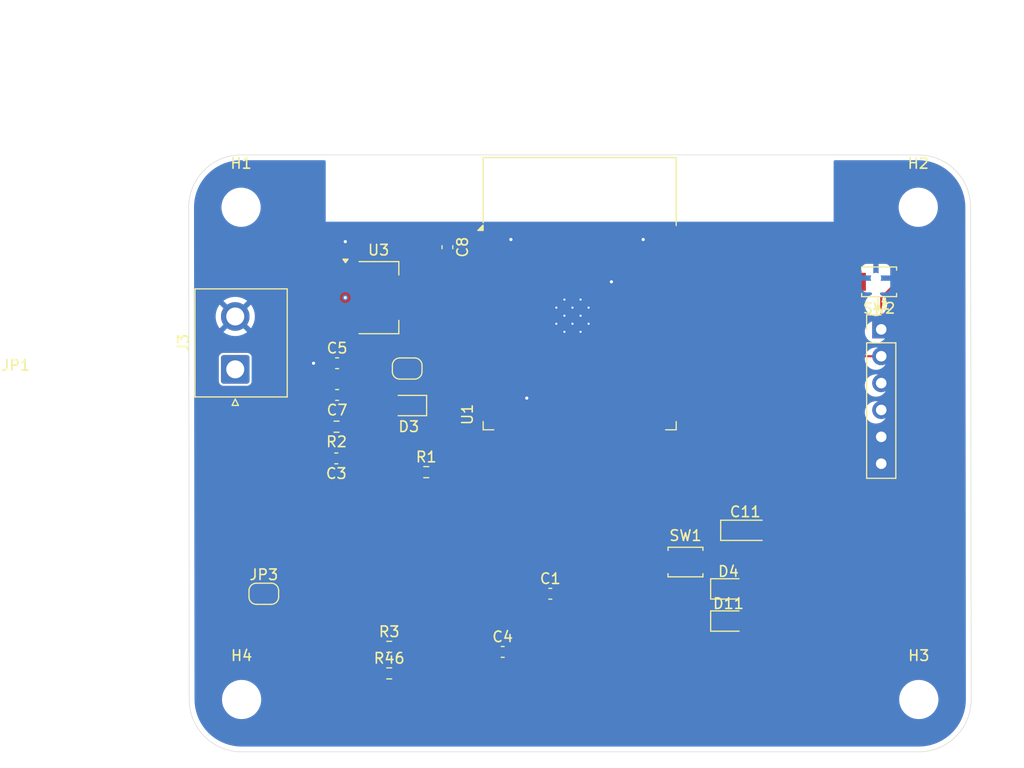
<source format=kicad_pcb>
(kicad_pcb (version 20241229) (generator "pcbnew") (generator_version "9.0")
  (layers (0 "F.Cu" signal) (2 "B.Cu" signal) (13 "F.Paste" user) (15 "B.Paste" user) (5 "F.SilkS" user "F.Silkscreen") (7 "B.SilkS" user "B.Silkscreen") (1 "F.Mask" user) (3 "B.Mask" user) (25 "Edge.Cuts" user))
  (net 0 "")
  (net 1 "GND")
  (net 2 "EN")
  (net 3 "+3.3V")
  (net 4 "Net-(U3-VI)")
  (net 5 "Net-(D3-K)")
  (net 6 "Net-(D3-A)")
  (net 7 "Net-(D4-A)")
  (net 8 "Net-(D4-K)")
  (net 9 "Net-(D11-K)")
  (net 10 "I02")
  (net 11 "I01")
  (net 12 "RX-UART")
  (net 13 "TX-UART")
  (net 14 "+5V")
  (net 31 "I04")
  (net 41 "I05")
  (footprint "Connector_PinHeader_2.54mm:PinHeader_1x06_P2.54mm_Vertical" (layer "F.Cu") (at 154 103.5)
    (property "Reference" "J1" (at 0 -2.38 0) (layer "F.SilkS"))
    (property "Value" "Conn_01x06_Pin")
    (fp_line (start -1.38 -1.38) (end 0 -1.38) (stroke (width 0.12)) (layer "F.SilkS"))
    (fp_line (start -1.38 0) (end -1.38 -1.38) (stroke (width 0.12)) (layer "F.SilkS"))
    (fp_line (start -1.38 1.27) (end -1.38 14.08) (stroke (width 0.12)) (layer "F.SilkS"))
    (fp_line (start -1.38 1.27) (end 1.38 1.27) (stroke (width 0.12)) (layer "F.SilkS"))
    (fp_line (start -1.38 14.08) (end 1.38 14.08) (stroke (width 0.12)) (layer "F.SilkS"))
    (fp_line (start 1.38 1.27) (end 1.38 14.08) (stroke (width 0.12)) (layer "F.SilkS"))
    (pad "1" thru_hole rect (at 0 0) (size 1.7 1.7) (drill 1) (layers "*.Cu" "*.Mask") (net 1 "GND"))
    (pad "2" thru_hole circle (at 0 2.54) (size 1.7 1.7) (drill 1) (layers "*.Cu" "*.Mask") (net 11 "I01"))
    (pad "3" thru_hole circle (at 0 5.08) (size 1.7 1.7) (drill 1) (layers "*.Cu" "*.Mask") (net 2 "EN"))
    (pad "4" thru_hole circle (at 0 7.62) (size 1.7 1.7) (drill 1) (layers "*.Cu" "*.Mask") (net 13 "TX-UART"))
    (pad "5" thru_hole circle (at 0 10.16) (size 1.7 1.7) (drill 1) (layers "*.Cu" "*.Mask") (net 12 "RX-UART"))
    (pad "6" thru_hole circle (at 0 12.7) (size 1.7 1.7) (drill 1) (layers "*.Cu" "*.Mask") (net 3 "+3.3V"))
  )
  (footprint "Connector_JST:JST_NV_B02P-NV_1x02_P5.00mm_Vertical" (layer "F.Cu") (at 92.95 107.2775 90)
    (property "Reference" "J3" (at 2.5 -4.9 90) (layer "F.SilkS"))
    (property "Value" "Conn_01x02_Socket")
    (fp_line (start 7.61 -3.81) (end -2.61 -3.81) (stroke (width 0.12)) (layer "F.SilkS"))
    (fp_line (start -2.61 -3.81) (end -2.61 4.91) (stroke (width 0.12)) (layer "F.SilkS"))
    (fp_line (start -3.41 -0.3) (end -2.81 0) (stroke (width 0.12)) (layer "F.SilkS"))
    (fp_line (start -2.81 0) (end -3.41 0.3) (stroke (width 0.12)) (layer "F.SilkS"))
    (fp_line (start -3.41 0.3) (end -3.41 -0.3) (stroke (width 0.12)) (layer "F.SilkS"))
    (fp_line (start 7.61 4.91) (end 7.61 -3.81) (stroke (width 0.12)) (layer "F.SilkS"))
    (fp_line (start -2.61 4.91) (end 7.61 4.91) (stroke (width 0.12)) (layer "F.SilkS"))
    (pad "1" thru_hole roundrect (at 0 0 90) (size 2.7 2.7) (drill 1.7) (layers "*.Cu" "*.Mask") (roundrect_rratio 0.092593) (net 14 "+5V"))
    (pad "2" thru_hole circle (at 5 0 90) (size 2.7 2.7) (drill 1.7) (layers "*.Cu" "*.Mask") (net 1 "GND"))
  )
  (footprint "Resistor_SMD:R_0603_1608Metric" (layer "F.Cu") (at 107.5 133.52)
    (property "Reference" "R3" (at 0 -1.43 0) (layer "F.SilkS"))
    (property "Value" "330")
    (fp_line (start -0.237258 -0.5225) (end 0.237258 -0.5225) (stroke (width 0.12)) (layer "F.SilkS"))
    (fp_line (start -0.237258 0.5225) (end 0.237258 0.5225) (stroke (width 0.12)) (layer "F.SilkS"))
    (pad "1" smd roundrect (at -0.825 0) (size 0.8 0.95) (layers "F.Cu" "F.Mask" "F.Paste") (net 8 "Net-(D4-K)"))
    (pad "2" smd roundrect (at 0.825 0) (size 0.8 0.95) (layers "F.Cu" "F.Mask" "F.Paste") (net 1 "GND"))
  )
  (footprint "Capacitor_Tantalum_SMD:CP_EIA-3216-18_Kemet-A" (layer "F.Cu") (at 141.1475 122.5)
    (property "Reference" "C11" (at 0 -1.75 0) (layer "F.SilkS"))
    (property "Value" "10uF")
    (fp_line (start -2.32 -0.955) (end -2.32 0.955) (stroke (width 0.12)) (layer "F.SilkS"))
    (fp_line (start -2.32 0.955) (end 1.6 0.955) (stroke (width 0.12)) (layer "F.SilkS"))
    (fp_line (start 1.6 -0.955) (end -2.32 -0.955) (stroke (width 0.12)) (layer "F.SilkS"))
    (pad "1" smd roundrect (at -1.3525 0) (size 1.415 1.39) (layers "F.Cu" "F.Mask" "F.Paste") (roundrect_rratio 0.179856) (net 2 "EN"))
    (pad "2" smd roundrect (at 1.3525 0) (size 1.415 1.39) (layers "F.Cu" "F.Mask" "F.Paste") (roundrect_rratio 0.179856) (net 1 "GND"))
  )
  (footprint "MountingHole:MountingHole_3.2mm_M3" (layer "F.Cu") (at 93.499999 91.949746)
    (property "Reference" "H1" (at 0 -4.15 0) (layer "F.SilkS"))
    (property "Value" "MountingHole")
    (pad "" np_thru_hole circle (at 0 0) (size 3.2 3.2) (drill 3.2) (layers "*.Cu" "*.Mask"))
  )
  (footprint "LED_SMD:LED_0805_2012Metric" (layer "F.Cu") (at 139.5625 128.04)
    (property "Reference" "D4" (at 0 -1.65 0) (layer "F.SilkS"))
    (property "Value" "LED")
    (fp_line (start -1.685 -0.96) (end -1.685 0.96) (stroke (width 0.12)) (layer "F.SilkS"))
    (fp_line (start -1.685 0.96) (end 1 0.96) (stroke (width 0.12)) (layer "F.SilkS"))
    (fp_line (start 1 -0.96) (end -1.685 -0.96) (stroke (width 0.12)) (layer "F.SilkS"))
    (pad "1" smd roundrect (at -0.9375 0) (size 0.975 1.4) (layers "F.Cu" "F.Mask" "F.Paste") (net 8 "Net-(D4-K)"))
    (pad "2" smd roundrect (at 0.9375 0) (size 0.975 1.4) (layers "F.Cu" "F.Mask" "F.Paste") (net 7 "Net-(D4-A)"))
  )
  (footprint "Resistor_SMD:R_0603_1608Metric" (layer "F.Cu") (at 102.525 112.7 180)
    (property "Reference" "R2" (at 0 -1.43 0) (layer "F.SilkS"))
    (property "Value" "330")
    (fp_line (start -0.237258 0.5225) (end 0.237258 0.5225) (stroke (width 0.12)) (layer "F.SilkS"))
    (fp_line (start -0.237258 -0.5225) (end 0.237258 -0.5225) (stroke (width 0.12)) (layer "F.SilkS"))
    (pad "1" smd roundrect (at -0.825 0 180) (size 0.8 0.95) (layers "F.Cu" "F.Mask" "F.Paste") (net 5 "Net-(D3-K)"))
    (pad "2" smd roundrect (at 0.825 0 180) (size 0.8 0.95) (layers "F.Cu" "F.Mask" "F.Paste") (net 1 "GND"))
  )
  (footprint "Capacitor_SMD:C_0603_1608Metric" (layer "F.Cu") (at 102.575 109.7 180)
    (property "Reference" "C7" (at 0 -1.43 0) (layer "F.SilkS"))
    (property "Value" "10uF")
    (fp_line (start -0.14058 0.51) (end 0.14058 0.51) (stroke (width 0.12)) (layer "F.SilkS"))
    (fp_line (start -0.14058 -0.51) (end 0.14058 -0.51) (stroke (width 0.12)) (layer "F.SilkS"))
    (pad "1" smd roundrect (at -0.775 0 180) (size 0.9 0.95) (layers "F.Cu" "F.Mask" "F.Paste") (net 4 "Net-(U3-VI)"))
    (pad "2" smd roundrect (at 0.775 0 180) (size 0.9 0.95) (layers "F.Cu" "F.Mask" "F.Paste") (net 1 "GND"))
  )
  (footprint "Resistor_SMD:R_0603_1608Metric" (layer "F.Cu") (at 111 117)
    (property "Reference" "R1" (at 0 -1.43 0) (layer "F.SilkS"))
    (property "Value" "10K")
    (fp_line (start -0.237258 -0.5225) (end 0.237258 -0.5225) (stroke (width 0.12)) (layer "F.SilkS"))
    (fp_line (start -0.237258 0.5225) (end 0.237258 0.5225) (stroke (width 0.12)) (layer "F.SilkS"))
    (pad "1" smd roundrect (at -0.825 0) (size 0.8 0.95) (layers "F.Cu" "F.Mask" "F.Paste") (net 3 "+3.3V"))
    (pad "2" smd roundrect (at 0.825 0) (size 0.8 0.95) (layers "F.Cu" "F.Mask" "F.Paste") (net 2 "EN"))
  )
  (footprint "Capacitor_SMD:C_0603_1608Metric" (layer "F.Cu") (at 122.725 128.5)
    (property "Reference" "C1" (at 0 -1.43 0) (layer "F.SilkS"))
    (property "Value" "100nF")
    (fp_line (start -0.14058 -0.51) (end 0.14058 -0.51) (stroke (width 0.12)) (layer "F.SilkS"))
    (fp_line (start -0.14058 0.51) (end 0.14058 0.51) (stroke (width 0.12)) (layer "F.SilkS"))
    (pad "1" smd roundrect (at -0.775 0) (size 0.9 0.95) (layers "F.Cu" "F.Mask" "F.Paste") (net 2 "EN"))
    (pad "2" smd roundrect (at 0.775 0) (size 0.9 0.95) (layers "F.Cu" "F.Mask" "F.Paste") (net 1 "GND"))
  )
  (footprint "MountingHole:MountingHole_3.2mm_M3" (layer "F.Cu") (at 157.550254 138.500001)
    (property "Reference" "H3" (at 0 -4.15 0) (layer "F.SilkS"))
    (property "Value" "MountingHole")
    (pad "" np_thru_hole circle (at 0 0) (size 3.2 3.2) (drill 3.2) (layers "*.Cu" "*.Mask"))
  )
  (footprint "Jumper:SolderJumper-2_P1.3mm_Open_RoundedPad1.0x1.5mm" (layer "F.Cu") (at 95.65 128.5)
    (property "Reference" "JP3" (at 0 -1.8 0) (layer "F.SilkS"))
    (property "Value" "SolderJumper_2_Bridged")
    (fp_line (start -1.4 0.3) (end -1.4 -0.3) (stroke (width 0.12)) (layer "F.SilkS"))
    (fp_line (start -0.7 -1) (end 0.7 -1) (stroke (width 0.12)) (layer "F.SilkS"))
    (fp_line (start 0.7 1) (end -0.7 1) (stroke (width 0.12)) (layer "F.SilkS"))
    (fp_line (start 1.4 -0.3) (end 1.4 0.3) (stroke (width 0.12)) (layer "F.SilkS"))
    (fp_arc (start -1.4 -0.3) (mid -1.194975 -0.794975) (end -0.7 -1) (stroke (width 0.12)) (layer "F.SilkS"))
    (fp_arc (start -0.7 1) (mid -1.194975 0.794975) (end -1.4 0.3) (stroke (width 0.12)) (layer "F.SilkS"))
    (fp_arc (start 0.7 -1) (mid 1.194975 -0.794975) (end 1.4 -0.3) (stroke (width 0.12)) (layer "F.SilkS"))
    (fp_arc (start 1.4 0.3) (mid 1.194975 0.794975) (end 0.7 1) (stroke (width 0.12)) (layer "F.SilkS"))
    (pad "1" smd custom (at -0.65 0) (size 1 0.5) (layers "F.Cu" "F.Mask") (net 7 "Net-(D4-A)") (options (clearance outline) (anchor rect)) (primitives (gr_circle (center 0 0.25) (end 0.5 0.25) (width 0) (fill yes)) (gr_circle (center 0 -0.25) (end 0.5 -0.25) (width 0) (fill yes)) (gr_poly (pts (xy 0.5 0.75) (xy 0 0.75) (xy 0 -0.75) (xy 0.5 -0.75)) (width 0) (fill yes))))
    (pad "2" smd custom (at 0.65 0) (size 1 0.5) (layers "F.Cu" "F.Mask") (net 14 "+5V") (options (clearance outline) (anchor rect)) (primitives (gr_circle (center 0 0.25) (end 0.5 0.25) (width 0) (fill yes)) (gr_circle (center 0 -0.25) (end 0.5 -0.25) (width 0) (fill yes)) (gr_poly (pts (xy 0 0.75) (xy -0.5 0.75) (xy -0.5 -0.75) (xy 0 -0.75)) (width 0) (fill yes))))
  )
  (footprint "LED_SMD:LED_0805_2012Metric" (layer "F.Cu") (at 139.5625 131.08)
    (property "Reference" "D11" (at 0 -1.65 0) (layer "F.SilkS"))
    (property "Value" "LED")
    (fp_line (start -1.685 -0.96) (end -1.685 0.96) (stroke (width 0.12)) (layer "F.SilkS"))
    (fp_line (start -1.685 0.96) (end 1 0.96) (stroke (width 0.12)) (layer "F.SilkS"))
    (fp_line (start 1 -0.96) (end -1.685 -0.96) (stroke (width 0.12)) (layer "F.SilkS"))
    (pad "1" smd roundrect (at -0.9375 0) (size 0.975 1.4) (layers "F.Cu" "F.Mask" "F.Paste") (net 9 "Net-(D11-K)"))
    (pad "2" smd roundrect (at 0.9375 0) (size 0.975 1.4) (layers "F.Cu" "F.Mask" "F.Paste") (net 10 "I02"))
  )
  (footprint "Capacitor_SMD:C_0603_1608Metric" (layer "F.Cu") (at 102.5 115.7 180)
    (property "Reference" "C3" (at 0 -1.43 0) (layer "F.SilkS"))
    (property "Value" "100nF")
    (fp_line (start -0.14058 0.51) (end 0.14058 0.51) (stroke (width 0.12)) (layer "F.SilkS"))
    (fp_line (start -0.14058 -0.51) (end 0.14058 -0.51) (stroke (width 0.12)) (layer "F.SilkS"))
    (pad "1" smd roundrect (at -0.775 0 180) (size 0.9 0.95) (layers "F.Cu" "F.Mask" "F.Paste") (net 3 "+3.3V"))
    (pad "2" smd roundrect (at 0.775 0 180) (size 0.9 0.95) (layers "F.Cu" "F.Mask" "F.Paste") (net 1 "GND"))
  )
  (footprint "LED_SMD:LED_0805_2012Metric" (layer "F.Cu") (at 109.35 110.7 180)
    (property "Reference" "D3" (at 0 -2 0) (layer "F.SilkS"))
    (property "Value" "LED")
    (fp_line (start 1 -0.96) (end -1.685 -0.96) (stroke (width 0.12)) (layer "F.SilkS"))
    (fp_line (start -1.685 0.96) (end 1 0.96) (stroke (width 0.12)) (layer "F.SilkS"))
    (fp_line (start -1.685 -0.96) (end -1.685 0.96) (stroke (width 0.12)) (layer "F.SilkS"))
    (pad "1" smd roundrect (at -0.9375 0 180) (size 0.975 1.4) (layers "F.Cu" "F.Mask" "F.Paste") (net 5 "Net-(D3-K)"))
    (pad "2" smd roundrect (at 0.9375 0 180) (size 0.975 1.4) (layers "F.Cu" "F.Mask" "F.Paste") (net 6 "Net-(D3-A)"))
  )
  (footprint "Capacitor_SMD:C_0603_1608Metric" (layer "F.Cu") (at 118.225 134)
    (property "Reference" "C4" (at 0 -1.43 0) (layer "F.SilkS"))
    (property "Value" "10uF")
    (fp_line (start -0.14058 -0.51) (end 0.14058 -0.51) (stroke (width 0.12)) (layer "F.SilkS"))
    (fp_line (start -0.14058 0.51) (end 0.14058 0.51) (stroke (width 0.12)) (layer "F.SilkS"))
    (pad "1" smd roundrect (at -0.775 0) (size 0.9 0.95) (layers "F.Cu" "F.Mask" "F.Paste") (net 3 "+3.3V"))
    (pad "2" smd roundrect (at 0.775 0) (size 0.9 0.95) (layers "F.Cu" "F.Mask" "F.Paste") (net 1 "GND"))
  )
  (footprint "Capacitor_SMD:C_0603_1608Metric" (layer "F.Cu") (at 113 95.725 -90)
    (property "Reference" "C8" (at 0 -1.43 90) (layer "F.SilkS"))
    (property "Value" "10uF")
    (fp_line (start -0.14058 0.51) (end 0.14058 0.51) (stroke (width 0.12)) (layer "F.SilkS"))
    (fp_line (start -0.14058 -0.51) (end 0.14058 -0.51) (stroke (width 0.12)) (layer "F.SilkS"))
    (pad "1" smd roundrect (at -0.775 0 270) (size 0.9 0.95) (layers "F.Cu" "F.Mask" "F.Paste") (net 1 "GND"))
    (pad "2" smd roundrect (at 0.775 0 270) (size 0.9 0.95) (layers "F.Cu" "F.Mask" "F.Paste") (net 3 "+3.3V"))
  )
  (footprint "Button_Switch_SMD:SW_SPST_B3U-1000P" (layer "F.Cu") (at 135.5 125.5)
    (property "Reference" "SW1" (at 0 -2.5 0) (layer "F.SilkS"))
    (property "Value" "B3U-1000P")
    (fp_line (start -1.65 -1.4) (end 1.65 -1.4) (stroke (width 0.12)) (layer "F.SilkS"))
    (fp_line (start -1.65 -1.1) (end -1.65 -1.4) (stroke (width 0.12)) (layer "F.SilkS"))
    (fp_line (start -1.65 1.1) (end -1.65 1.4) (stroke (width 0.12)) (layer "F.SilkS"))
    (fp_line (start -1.65 1.4) (end 1.65 1.4) (stroke (width 0.12)) (layer "F.SilkS"))
    (fp_line (start 1.65 -1.4) (end 1.65 -1.1) (stroke (width 0.12)) (layer "F.SilkS"))
    (fp_line (start 1.65 1.4) (end 1.65 1.1) (stroke (width 0.12)) (layer "F.SilkS"))
    (pad "1" smd rect (at -1.7 0) (size 0.9 1.7) (layers "F.Cu" "F.Mask" "F.Paste") (net 1 "GND"))
    (pad "2" smd rect (at 1.7 0) (size 0.9 1.7) (layers "F.Cu" "F.Mask" "F.Paste") (net 2 "EN"))
  )
  (footprint "MountingHole:MountingHole_3.2mm_M3" (layer "F.Cu") (at 93.550251 138.500001)
    (property "Reference" "H4" (at 0 -4.15 0) (layer "F.SilkS"))
    (property "Value" "MountingHole")
    (pad "" np_thru_hole circle (at 0 0) (size 3.2 3.2) (drill 3.2) (layers "*.Cu" "*.Mask"))
  )
  (footprint "MountingHole:MountingHole_3.2mm_M3" (layer "F.Cu") (at 157.5 91.949747)
    (property "Reference" "H2" (at 0 -4.15 0) (layer "F.SilkS"))
    (property "Value" "MountingHole" (hide yes))
    (pad "" np_thru_hole circle (at 0 0) (size 3.2 3.2) (drill 3.2) (layers "*.Cu" "*.Mask"))
  )
  (footprint "Package_TO_SOT_SMD:SOT-223-3_TabPin2" (layer "F.Cu") (at 106.5 100.5)
    (property "Reference" "U3" (at 0 -4.5 0) (layer "F.SilkS"))
    (property "Value" "AMS1117-3.3")
    (fp_line (start -1.85 -3.41) (end 1.91 -3.41) (stroke (width 0.12)) (layer "F.SilkS"))
    (fp_line (start -1.85 3.41) (end 1.91 3.41) (stroke (width 0.12)) (layer "F.SilkS"))
    (fp_line (start 1.91 -3.41) (end 1.91 -2.15) (stroke (width 0.12)) (layer "F.SilkS"))
    (fp_line (start 1.91 3.41) (end 1.91 2.15) (stroke (width 0.12)) (layer "F.SilkS"))
    (fp_poly (pts (xy -3.13 -3.31) (xy -3.37 -3.64) (xy -2.89 -3.64) (xy -3.13 -3.31)) (stroke (width 0.12)) (fill yes) (layer "F.SilkS"))
    (pad "1" smd roundrect (at -3.15 -2.3) (size 2 1.5) (layers "F.Cu" "F.Mask" "F.Paste") (net 1 "GND"))
    (pad "2" smd roundrect (at -3.15 0) (size 2 1.5) (layers "F.Cu" "F.Mask" "F.Paste") (net 3 "+3.3V"))
    (pad "2" smd roundrect (at 3.15 0) (size 2 3.8) (layers "F.Cu" "F.Mask" "F.Paste") (net 3 "+3.3V"))
    (pad "3" smd roundrect (at -3.15 2.3) (size 2 1.5) (layers "F.Cu" "F.Mask" "F.Paste") (net 4 "Net-(U3-VI)"))
  )
  (footprint "Capacitor_SMD:C_0603_1608Metric" (layer "F.Cu") (at 102.575 106.7)
    (property "Reference" "C5" (at 0 -1.43 0) (layer "F.SilkS"))
    (property "Value" "100nF")
    (fp_line (start -0.14058 -0.51) (end 0.14058 -0.51) (stroke (width 0.12)) (layer "F.SilkS"))
    (fp_line (start -0.14058 0.51) (end 0.14058 0.51) (stroke (width 0.12)) (layer "F.SilkS"))
    (pad "1" smd roundrect (at -0.775 0) (size 0.9 0.95) (layers "F.Cu" "F.Mask" "F.Paste") (net 1 "GND"))
    (pad "2" smd roundrect (at 0.775 0) (size 0.9 0.95) (layers "F.Cu" "F.Mask" "F.Paste") (net 4 "Net-(U3-VI)"))
  )
  (footprint "Button_Switch_SMD:SW_SPST_B3U-1000P" (layer "F.Cu") (at 153.8 99 180)
    (property "Reference" "SW2" (at 0 -2.5 0) (layer "F.SilkS"))
    (property "Value" "B3U-1000P")
    (fp_line (start 1.65 1.4) (end 1.65 1.1) (stroke (width 0.12)) (layer "F.SilkS"))
    (fp_line (start 1.65 -1.4) (end 1.65 -1.1) (stroke (width 0.12)) (layer "F.SilkS"))
    (fp_line (start -1.65 1.4) (end 1.65 1.4) (stroke (width 0.12)) (layer "F.SilkS"))
    (fp_line (start -1.65 1.1) (end -1.65 1.4) (stroke (width 0.12)) (layer "F.SilkS"))
    (fp_line (start -1.65 -1.1) (end -1.65 -1.4) (stroke (width 0.12)) (layer "F.SilkS"))
    (fp_line (start -1.65 -1.4) (end 1.65 -1.4) (stroke (width 0.12)) (layer "F.SilkS"))
    (pad "1" smd rect (at -1.7 0 180) (size 0.9 1.7) (layers "F.Cu" "F.Mask" "F.Paste") (net 1 "GND"))
    (pad "2" smd rect (at 1.7 0 180) (size 0.9 1.7) (layers "F.Cu" "F.Mask" "F.Paste") (net 11 "I01"))
  )
  (footprint "Resistor_SMD:R_0603_1608Metric" (layer "F.Cu") (at 107.5 136.03)
    (property "Reference" "R46" (at 0 -1.43 0) (layer "F.SilkS"))
    (property "Value" "330")
    (fp_line (start -0.237258 -0.5225) (end 0.237258 -0.5225) (stroke (width 0.12)) (layer "F.SilkS"))
    (fp_line (start -0.237258 0.5225) (end 0.237258 0.5225) (stroke (width 0.12)) (layer "F.SilkS"))
    (pad "1" smd roundrect (at -0.825 0) (size 0.8 0.95) (layers "F.Cu" "F.Mask" "F.Paste") (net 9 "Net-(D11-K)"))
    (pad "2" smd roundrect (at 0.825 0) (size 0.8 0.95) (layers "F.Cu" "F.Mask" "F.Paste") (net 1 "GND"))
  )
  (footprint "RF_Module:ESP32-WROOM-32" (layer "F.Cu") (at 125.5 103.115)
    (property "Reference" "U1" (at -10.61 8.43 90) (layer "F.SilkS"))
    (property "Value" "ESP32-WROOM-32")
    (fp_line (start -9.12 -15.86) (end -9.12 -9.7) (stroke (width 0.12)) (layer "F.SilkS"))
    (fp_line (start -9.12 -15.86) (end 9.12 -15.86) (stroke (width 0.12)) (layer "F.SilkS"))
    (fp_line (start -9.12 9.1) (end -9.12 9.88) (stroke (width 0.12)) (layer "F.SilkS"))
    (fp_line (start -9.12 9.88) (end -8.12 9.88) (stroke (width 0.12)) (layer "F.SilkS"))
    (fp_line (start 9.12 -15.86) (end 9.12 -9.445) (stroke (width 0.12)) (layer "F.SilkS"))
    (fp_line (start 9.12 9.1) (end 9.12 9.88) (stroke (width 0.12)) (layer "F.SilkS"))
    (fp_line (start 9.12 9.88) (end 8.12 9.88) (stroke (width 0.12)) (layer "F.SilkS"))
    (fp_poly (pts (xy -9.125 -8.975) (xy -9.625 -8.975) (xy -9.125 -9.475) (xy -9.125 -8.975)) (stroke (width 0.12)) (fill yes) (layer "F.SilkS"))
    (pad "1" smd rect (at -8.75 -8.25) (size 1.5 0.9) (layers "F.Cu" "F.Mask" "F.Paste") (net 1 "GND"))
    (pad "2" smd rect (at -8.75 -6.98) (size 1.5 0.9) (layers "F.Cu" "F.Mask" "F.Paste") (net 3 "+3.3V"))
    (pad "3" smd rect (at -8.75 -5.71) (size 1.5 0.9) (layers "F.Cu" "F.Mask" "F.Paste") (net 2 "EN"))
    (pad "4" smd rect (at -8.75 -4.44) (size 1.5 0.9) (layers "F.Cu" "F.Mask" "F.Paste"))
    (pad "5" smd rect (at -8.75 -3.17) (size 1.5 0.9) (layers "F.Cu" "F.Mask" "F.Paste"))
    (pad "6" smd rect (at -8.75 -1.9) (size 1.5 0.9) (layers "F.Cu" "F.Mask" "F.Paste"))
    (pad "7" smd rect (at -8.75 -0.63) (size 1.5 0.9) (layers "F.Cu" "F.Mask" "F.Paste"))
    (pad "8" smd rect (at -8.75 0.64) (size 1.5 0.9) (layers "F.Cu" "F.Mask" "F.Paste"))
    (pad "9" smd rect (at -8.75 1.91) (size 1.5 0.9) (layers "F.Cu" "F.Mask" "F.Paste"))
    (pad "10" smd rect (at -8.75 3.18) (size 1.5 0.9) (layers "F.Cu" "F.Mask" "F.Paste"))
    (pad "11" smd rect (at -8.75 4.45) (size 1.5 0.9) (layers "F.Cu" "F.Mask" "F.Paste"))
    (pad "12" smd rect (at -8.75 5.72) (size 1.5 0.9) (layers "F.Cu" "F.Mask" "F.Paste"))
    (pad "13" smd rect (at -8.75 6.99) (size 1.5 0.9) (layers "F.Cu" "F.Mask" "F.Paste"))
    (pad "14" smd rect (at -8.75 8.26) (size 1.5 0.9) (layers "F.Cu" "F.Mask" "F.Paste"))
    (pad "15" smd rect (at -5.71 9.51 90) (size 1.5 0.9) (layers "F.Cu" "F.Mask" "F.Paste") (net 1 "GND"))
    (pad "16" smd rect (at -4.44 9.51 90) (size 1.5 0.9) (layers "F.Cu" "F.Mask" "F.Paste"))
    (pad "17" smd rect (at -3.17 9.51 90) (size 1.5 0.9) (layers "F.Cu" "F.Mask" "F.Paste"))
    (pad "18" smd rect (at -1.9 9.51 90) (size 1.5 0.9) (layers "F.Cu" "F.Mask" "F.Paste"))
    (pad "19" smd rect (at -0.63 9.51 90) (size 1.5 0.9) (layers "F.Cu" "F.Mask" "F.Paste"))
    (pad "20" smd rect (at 0.64 9.51 90) (size 1.5 0.9) (layers "F.Cu" "F.Mask" "F.Paste"))
    (pad "21" smd rect (at 1.91 9.51 90) (size 1.5 0.9) (layers "F.Cu" "F.Mask" "F.Paste"))
    (pad "22" smd rect (at 3.18 9.51 90) (size 1.5 0.9) (layers "F.Cu" "F.Mask" "F.Paste"))
    (pad "23" smd rect (at 4.45 9.51 90) (size 1.5 0.9) (layers "F.Cu" "F.Mask" "F.Paste"))
    (pad "24" smd rect (at 5.72 9.51 90) (size 1.5 0.9) (layers "F.Cu" "F.Mask" "F.Paste") (net 10 "I02"))
    (pad "25" smd rect (at 8.75 8.26) (size 1.5 0.9) (layers "F.Cu" "F.Mask" "F.Paste") (net 11 "I01"))
    (pad "26" smd rect (at 8.75 6.99) (size 1.5 0.9) (layers "F.Cu" "F.Mask" "F.Paste") (net 31 "I04"))
    (pad "27" smd rect (at 8.75 5.72) (size 1.5 0.9) (layers "F.Cu" "F.Mask" "F.Paste"))
    (pad "28" smd rect (at 8.75 4.45) (size 1.5 0.9) (layers "F.Cu" "F.Mask" "F.Paste"))
    (pad "29" smd rect (at 8.75 3.18) (size 1.5 0.9) (layers "F.Cu" "F.Mask" "F.Paste") (net 41 "I05"))
    (pad "30" smd rect (at 8.75 1.91) (size 1.5 0.9) (layers "F.Cu" "F.Mask" "F.Paste"))
    (pad "31" smd rect (at 8.75 0.64) (size 1.5 0.9) (layers "F.Cu" "F.Mask" "F.Paste"))
    (pad "32" smd rect (at 8.75 -0.63) (size 1.5 0.9) (layers "F.Cu" "F.Mask" "F.Paste"))
    (pad "33" smd rect (at 8.75 -1.9) (size 1.5 0.9) (layers "F.Cu" "F.Mask" "F.Paste"))
    (pad "34" smd rect (at 8.75 -3.17) (size 1.5 0.9) (layers "F.Cu" "F.Mask" "F.Paste") (net 13 "TX-UART"))
    (pad "35" smd rect (at 8.75 -4.44) (size 1.5 0.9) (layers "F.Cu" "F.Mask" "F.Paste") (net 12 "RX-UART"))
    (pad "36" smd rect (at 8.75 -5.71) (size 1.5 0.9) (layers "F.Cu" "F.Mask" "F.Paste"))
    (pad "37" smd rect (at 8.75 -6.98) (size 1.5 0.9) (layers "F.Cu" "F.Mask" "F.Paste"))
    (pad "38" smd rect (at 8.75 -8.25) (size 1.5 0.9) (layers "F.Cu" "F.Mask" "F.Paste") (net 1 "GND"))
    (pad "39" smd rect (at -2.205 -2.435) (size 1.05 1.05) (layers "F.Cu" "F.Paste") (net 1 "GND"))
    (pad "39" thru_hole circle (at -2.205 -1.6725) (size 0.6 0.6) (drill 0.2) (property pad_prop_heatsink) (layers "*.Cu" "F.Mask") (net 1 "GND"))
    (pad "39" smd rect (at -2.205 -0.91) (size 1.05 1.05) (layers "F.Cu" "F.Paste") (net 1 "GND"))
    (pad "39" thru_hole circle (at -2.205 -0.1475) (size 0.6 0.6) (drill 0.2) (property pad_prop_heatsink) (layers "*.Cu" "F.Mask") (net 1 "GND"))
    (pad "39" smd rect (at -2.205 0.615) (size 1.05 1.05) (layers "F.Cu" "F.Paste") (net 1 "GND"))
    (pad "39" thru_hole circle (at -1.4425 -2.435) (size 0.6 0.6) (drill 0.2) (property pad_prop_heatsink) (layers "*.Cu" "F.Mask") (net 1 "GND"))
    (pad "39" thru_hole circle (at -1.4425 -0.91) (size 0.6 0.6) (drill 0.2) (property pad_prop_heatsink) (layers "*.Cu" "F.Mask") (net 1 "GND"))
    (pad "39" thru_hole circle (at -1.4425 0.615) (size 0.6 0.6) (drill 0.2) (property pad_prop_heatsink) (layers "*.Cu" "F.Mask") (net 1 "GND"))
    (pad "39" smd rect (at -0.68 -2.435) (size 1.05 1.05) (layers "F.Cu" "F.Paste") (net 1 "GND"))
    (pad "39" thru_hole circle (at -0.68 -1.6725) (size 0.6 0.6) (drill 0.2) (property pad_prop_heatsink) (layers "*.Cu" "F.Mask") (net 1 "GND"))
    (pad "39" smd rect (at -0.68 -0.91) (size 1.05 1.05) (layers "F.Cu" "F.Paste") (net 1 "GND"))
    (pad "39" smd rect (at -0.68 -0.91) (size 4.2 4.2) (property pad_prop_heatsink) (layers "F.Cu" "F.Mask") (net 1 "GND"))
    (pad "39" thru_hole circle (at -0.68 -0.1475) (size 0.6 0.6) (drill 0.2) (property pad_prop_heatsink) (layers "*.Cu" "F.Mask") (net 1 "GND"))
    (pad "39" smd rect (at -0.68 0.615) (size 1.05 1.05) (layers "F.Cu" "F.Paste") (net 1 "GND"))
    (pad "39" thru_hole circle (at 0.0825 -2.435) (size 0.6 0.6) (drill 0.2) (property pad_prop_heatsink) (layers "*.Cu" "F.Mask") (net 1 "GND"))
    (pad "39" thru_hole circle (at 0.0825 -0.91) (size 0.6 0.6) (drill 0.2) (property pad_prop_heatsink) (layers "*.Cu" "F.Mask") (net 1 "GND"))
    (pad "39" thru_hole circle (at 0.0825 0.615) (size 0.6 0.6) (drill 0.2) (property pad_prop_heatsink) (layers "*.Cu" "F.Mask") (net 1 "GND"))
    (pad "39" smd rect (at 0.845 -2.435) (size 1.05 1.05) (layers "F.Cu" "F.Paste") (net 1 "GND"))
    (pad "39" thru_hole circle (at 0.845 -1.6725) (size 0.6 0.6) (drill 0.2) (property pad_prop_heatsink) (layers "*.Cu" "F.Mask") (net 1 "GND"))
    (pad "39" smd rect (at 0.845 -0.91) (size 1.05 1.05) (layers "F.Cu" "F.Paste") (net 1 "GND"))
    (pad "39" thru_hole circle (at 0.845 -0.1475) (size 0.6 0.6) (drill 0.2) (property pad_prop_heatsink) (layers "*.Cu" "F.Mask") (net 1 "GND"))
    (pad "39" smd rect (at 0.845 0.615) (size 1.05 1.05) (layers "F.Cu" "F.Paste") (net 1 "GND"))
    (zone (net 0) (net_name "") (layers "F.Cu" "B.Cu") (connect_pads (clearance 0)) (min_thickness 0.254)
      (keepout (tracks not_allowed) (vias not_allowed) (pads not_allowed) (copperpour not_allowed) (footprints not_allowed))
      (fill (thermal_gap 0.508) (thermal_bridge_width 0.508))
      (polygon (pts (xy 101.5 93.315) (xy 149.5 93.315) (xy 149.5 72.375) (xy 101.5 72.375)))
    )
  )
  (footprint "Jumper:SolderJumper-2_P1.3mm_Open_RoundedPad1.0x1.5mm" (layer "F.Cu") (at 109.2 107.2)
    (property "Reference" "JP1" (at -37 -0.3 0) (layer "F.SilkS"))
    (property "Value" "SolderJumper_2_Bridged")
    (fp_line (start -1.4 0.3) (end -1.4 -0.3) (stroke (width 0.12)) (layer "F.SilkS"))
    (fp_line (start -0.7 -1) (end 0.7 -1) (stroke (width 0.12)) (layer "F.SilkS"))
    (fp_line (start 0.7 1) (end -0.7 1) (stroke (width 0.12)) (layer "F.SilkS"))
    (fp_line (start 1.4 -0.3) (end 1.4 0.3) (stroke (width 0.12)) (layer "F.SilkS"))
    (fp_arc (start -1.4 -0.3) (mid -1.194975 -0.794975) (end -0.7 -1) (stroke (width 0.12)) (layer "F.SilkS"))
    (fp_arc (start -0.7 1) (mid -1.194975 0.794975) (end -1.4 0.3) (stroke (width 0.12)) (layer "F.SilkS"))
    (fp_arc (start 0.7 -1) (mid 1.194975 -0.794975) (end 1.4 -0.3) (stroke (width 0.12)) (layer "F.SilkS"))
    (fp_arc (start 1.4 0.3) (mid 1.194975 0.794975) (end 0.7 1) (stroke (width 0.12)) (layer "F.SilkS"))
    (pad "1" smd custom (at -0.65 0) (size 1 0.5) (layers "F.Cu" "F.Mask") (net 6 "Net-(D3-A)") (options (clearance outline) (anchor rect)) (primitives (gr_circle (center 0 0.25) (end 0.5 0.25) (width 0) (fill yes)) (gr_circle (center 0 -0.25) (end 0.5 -0.25) (width 0) (fill yes)) (gr_poly (pts (xy 0.5 0.75) (xy 0 0.75) (xy 0 -0.75) (xy 0.5 -0.75)) (width 0) (fill yes))))
    (pad "2" smd custom (at 0.65 0) (size 1 0.5) (layers "F.Cu" "F.Mask") (net 3 "+3.3V") (options (clearance outline) (anchor rect)) (primitives (gr_circle (center 0 0.25) (end 0.5 0.25) (width 0) (fill yes)) (gr_circle (center 0 -0.25) (end 0.5 -0.25) (width 0) (fill yes)) (gr_poly (pts (xy 0 0.75) (xy -0.5 0.75) (xy -0.5 -0.75) (xy 0 -0.75)) (width 0) (fill yes))))
  )
  (gr_line (start 101.85 109.7) (end 101.85 106.7) (stroke (width 0.2)) (layer "F.Cu") (net 1))
  (gr_line (start 103.35 98.2) (end 103.35 95.2) (stroke (width 0.2)) (layer "F.Cu") (net 1))
  (gr_line (start 103.35 109.7) (end 103.35 106.7) (stroke (width 0.2)) (layer "F.Cu") (net 4))
  (gr_line (start 103.35 106.7) (end 103.35 102.7) (stroke (width 0.2)) (layer "F.Cu") (net 4))
  (gr_line (start 117 95) (end 119 95) (stroke (width 0.2)) (layer "F.Cu") (net 1))
  (gr_line (start 101.85 106.7) (end 100.35 106.7) (stroke (width 0.2)) (layer "F.Cu") (net 1))
  (gr_arc (start 88.550253 91.949747) (mid 90 88.449747) (end 93.5 87) (stroke (width 0.05)) (layer "Edge.Cuts"))
  (gr_line (start 93.5 87) (end 157.5 87) (stroke (width 0.05)) (layer "Edge.Cuts"))
  (gr_line (start 93.550252 143.449746) (end 157.550252 143.449746) (stroke (width 0.05)) (layer "Edge.Cuts"))
  (gr_line (start 88.550254 91.949747) (end 88.600505 138.5) (stroke (width 0.05)) (layer "Edge.Cuts"))
  (gr_line (start 162.449749 91.949747) (end 162.5 138.5) (stroke (width 0.05)) (layer "Edge.Cuts"))
  (gr_arc (start 162.5 138.5) (mid 161.050253 142) (end 157.550253 143.449747) (stroke (width 0.05)) (layer "Edge.Cuts"))
  (gr_arc (start 157.5 87) (mid 161 88.449747) (end 162.449747 91.949747) (stroke (width 0.05)) (layer "Edge.Cuts"))
  (gr_arc (start 93.550252 143.449747) (mid 90.050252 142) (end 88.600505 138.5) (stroke (width 0.05)) (layer "Edge.Cuts"))
  (segment (start 154 100.5) (end 155.5 99) (width 0.2) (layer "F.Cu") (net 1))
  (segment (start 101.7 113.3) (end 101.725 113.325) (width 0.2) (layer "F.Cu") (net 1))
  (segment (start 101.725 113.325) (end 101.725 115.7) (width 0.2) (layer "F.Cu") (net 1))
  (segment (start 113.085 94.865) (end 113 94.95) (width 0.2) (layer "F.Cu") (net 1))
  (segment (start 119.79 112.625) (end 119.79 110.71) (width 0.2) (layer "F.Cu") (net 1))
  (segment (start 126.345 100.68) (end 128.025 99) (width 0.2) (layer "F.Cu") (net 1))
  (segment (start 119.79 110.71) (end 120.5 110) (width 0.2) (layer "F.Cu") (net 1))
  (segment (start 128.025 99) (end 128.5 99) (width 0.2) (layer "F.Cu") (net 1))
  (segment (start 101.7 109.8) (end 101.8 109.7) (width 0.2) (layer "F.Cu") (net 1))
  (segment (start 116.75 94.865) (end 113.085 94.865) (width 0.2) (layer "F.Cu") (net 1))
  (segment (start 101.7 112.7) (end 101.7 109.8) (width 0.2) (layer "F.Cu") (net 1))
  (segment (start 154 103.5) (end 154 100.5) (width 0.2) (layer "F.Cu") (net 1))
  (segment (start 131.635 94.865) (end 131.5 95) (width 0.2) (layer "F.Cu") (net 1))
  (segment (start 101.7 112.7) (end 101.7 113.3) (width 0.2) (layer "F.Cu") (net 1))
  (segment (start 134.25 94.865) (end 131.635 94.865) (width 0.2) (layer "F.Cu") (net 1))
  (via (at 119 95) (size 0.6) (drill 0.3) (layers "F.Cu" "B.Cu") (net 1))
  (via (at 128.5 99) (size 0.6) (drill 0.3) (layers "F.Cu" "B.Cu") (net 1))
  (via (at 103.35 95.2) (size 0.6) (drill 0.3) (layers "F.Cu" "B.Cu") (net 1))
  (via (at 120.5 110) (size 0.6) (drill 0.3) (layers "F.Cu" "B.Cu") (net 1))
  (via (at 131.5 95) (size 0.6) (drill 0.3) (layers "F.Cu" "B.Cu") (net 1))
  (via (at 100.35 106.7) (size 0.6) (drill 0.3) (layers "F.Cu" "B.Cu") (net 1))
  (segment (start 114.635 96.135) (end 116.75 96.135) (width 0.5) (layer "F.Cu") (net 3))
  (segment (start 109.85 101.1) (end 109.85 107.2) (width 0.5) (layer "F.Cu") (net 3))
  (segment (start 103.35 100.5) (end 109.65 100.5) (width 0.5) (layer "F.Cu") (net 3))
  (segment (start 113 97.15) (end 113 96.5) (width 0.5) (layer "F.Cu") (net 3))
  (segment (start 109.65 100.5) (end 109.65 100.9) (width 0.5) (layer "F.Cu") (net 3))
  (segment (start 113 96.5) (end 114.27 96.5) (width 0.5) (layer "F.Cu") (net 3))
  (segment (start 109.65 100.9) (end 109.85 101.1) (width 0.5) (layer "F.Cu") (net 3))
  (segment (start 109.65 100.5) (end 113 97.15) (width 0.5) (layer "F.Cu") (net 3))
  (segment (start 114.27 96.5) (end 114.635 96.135) (width 0.5) (layer "F.Cu") (net 3))
  (via (at 103.35 100.5) (size 0.6) (drill 0.3) (layers "F.Cu" "B.Cu") (net 3))
  (segment (start 110.2875 111.7625) (end 110.2875 110.7) (width 0.2) (layer "F.Cu") (net 5))
  (segment (start 103.35 112.7) (end 103.85 113.2) (width 0.2) (layer "F.Cu") (net 5))
  (segment (start 108.85 113.2) (end 110.2875 111.7625) (width 0.2) (layer "F.Cu") (net 5))
  (segment (start 103.85 113.2) (end 108.85 113.2) (width 0.2) (layer "F.Cu") (net 5))
  (segment (start 108.4125 107.3375) (end 108.55 107.2) (width 0.2) (layer "F.Cu") (net 6))
  (segment (start 108.4125 111.2) (end 108.4125 107.3375) (width 0.2) (layer "F.Cu") (net 6))
  (segment (start 151 99) (end 150 100) (width 0.2) (layer "F.Cu") (net 11))
  (segment (start 152.1 99) (end 151 99) (width 0.2) (layer "F.Cu") (net 11))
  (segment (start 150 100) (end 150 104.5) (width 0.2) (layer "F.Cu") (net 11))
  (segment (start 150 104.5) (end 151.54 106.04) (width 0.2) (layer "F.Cu") (net 11))
  (segment (start 151.54 106.04) (end 154 106.04) (width 0.2) (layer "F.Cu") (net 11))
  (segment (start 154 113.66) (end 139.015 98.675) (width 0.2) (layer "F.Cu") (net 12))
  (segment (start 139.015 98.675) (end 134.25 98.675) (width 0.2) (layer "F.Cu") (net 12))
  (segment (start 156 111) (end 155.88 111.12) (width 0.2) (layer "F.Cu") (net 13))
  (segment (start 157 114) (end 157 112) (width 0.2) (layer "F.Cu") (net 13))
  (segment (start 134.25 99.945) (end 136.945 99.945) (width 0.2) (layer "F.Cu") (net 13))
  (segment (start 157 112) (end 156 111) (width 0.2) (layer "F.Cu") (net 13))
  (segment (start 155.88 111.12) (end 154 111.12) (width 0.2) (layer "F.Cu") (net 13))
  (segment (start 156 115) (end 157 114) (width 0.2) (layer "F.Cu") (net 13))
  (segment (start 136.945 99.945) (end 152 115) (width 0.2) (layer "F.Cu") (net 13))
  (segment (start 152 115) (end 156 115) (width 0.2) (layer "F.Cu") (net 13))
  (zone (net 1) (net_name "GND") (layer "B.Cu") (name "GND") (connect_pads (clearance 0)) (min_thickness 0.25) (fill yes (thermal_gap 0.5) (thermal_bridge_width 0.5))
    (polygon (pts (xy 158 82.5) (xy 167 82.5) (xy 167.5 144.5) (xy 83.5 145) (xy 85.5 83)))
  )
)
</source>
